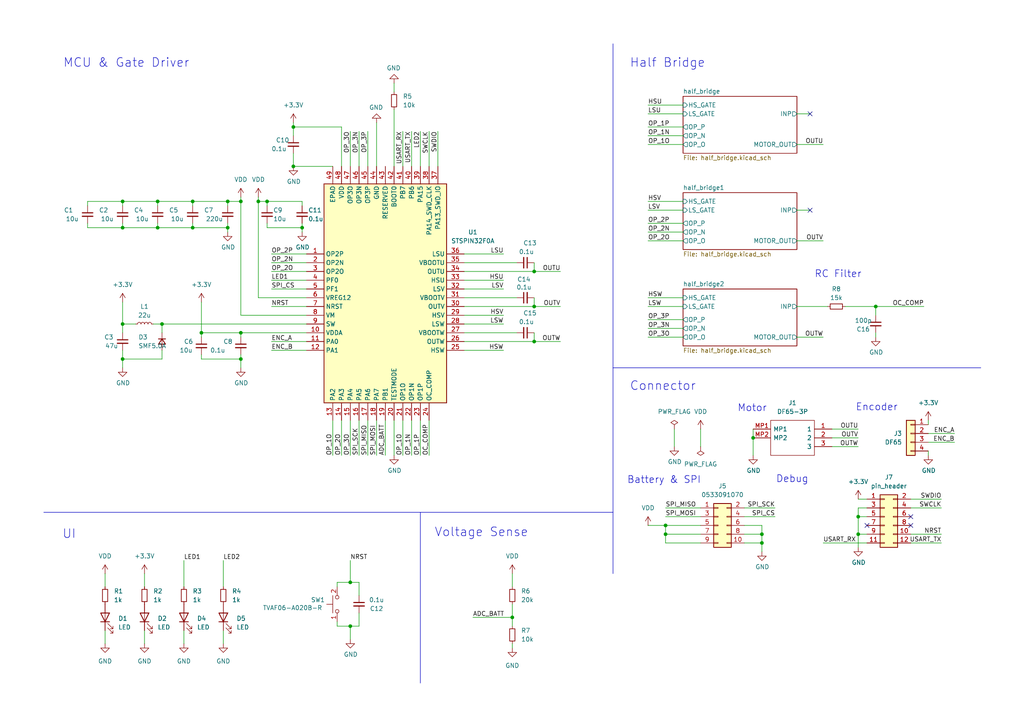
<source format=kicad_sch>
(kicad_sch (version 20231120) (generator "eeschema") (generator_version "8.0")
  (paper "A4")
  (lib_symbols
    (symbol "Connector_Generic:Conn_01x04" (pin_names (offset 1.016) hide)
      (property "Reference" "J" (at 0 5.08 0))
      (property "Value" "Conn_01x04" (at 0 -7.62 0))
      (symbol "Conn_01x04_1_1"
        (rectangle (start -1.27 -4.953) (end 0 -5.207) (stroke (width 0.1524)))
        (rectangle (start -1.27 -2.413) (end 0 -2.667) (stroke (width 0.1524)))
        (rectangle (start -1.27 0.127) (end 0 -0.127) (stroke (width 0.1524)))
        (rectangle (start -1.27 2.667) (end 0 2.413) (stroke (width 0.1524)))
        (rectangle (start -1.27 3.81) (end 1.27 -6.35) (stroke (width 0.254)) (fill (type background)))
        (pin passive line (at -5.08 2.54 0) (length 3.81) (name "Pin_1") (number "1"))
        (pin passive line (at -5.08 0 0) (length 3.81) (name "Pin_2") (number "2"))
        (pin passive line (at -5.08 -2.54 0) (length 3.81) (name "Pin_3") (number "3"))
        (pin passive line (at -5.08 -5.08 0) (length 3.81) (name "Pin_4") (number "4"))
      )
    )
    (symbol "Connector_Generic:Conn_02x05_Odd_Even" (pin_names (offset 1.016) hide)
      (property "Reference" "J" (at 1.27 7.62 0))
      (property "Value" "Conn_02x05_Odd_Even" (at 1.27 -7.62 0))
      (symbol "Conn_02x05_Odd_Even_1_1"
        (rectangle (start -1.27 -4.953) (end 0 -5.207) (stroke (width 0.1524)))
        (rectangle (start -1.27 -2.413) (end 0 -2.667) (stroke (width 0.1524)))
        (rectangle (start -1.27 0.127) (end 0 -0.127) (stroke (width 0.1524)))
        (rectangle (start -1.27 2.667) (end 0 2.413) (stroke (width 0.1524)))
        (rectangle (start -1.27 5.207) (end 0 4.953) (stroke (width 0.1524)))
        (rectangle (start -1.27 6.35) (end 3.81 -6.35) (stroke (width 0.254)) (fill (type background)))
        (rectangle (start 3.81 -4.953) (end 2.54 -5.207) (stroke (width 0.1524)))
        (rectangle (start 3.81 -2.413) (end 2.54 -2.667) (stroke (width 0.1524)))
        (rectangle (start 3.81 0.127) (end 2.54 -0.127) (stroke (width 0.1524)))
        (rectangle (start 3.81 2.667) (end 2.54 2.413) (stroke (width 0.1524)))
        (rectangle (start 3.81 5.207) (end 2.54 4.953) (stroke (width 0.1524)))
        (pin passive line (at -5.08 5.08 0) (length 3.81) (name "Pin_1") (number "1"))
        (pin passive line (at 7.62 -5.08 180) (length 3.81) (name "Pin_10") (number "10"))
        (pin passive line (at 7.62 5.08 180) (length 3.81) (name "Pin_2") (number "2"))
        (pin passive line (at -5.08 2.54 0) (length 3.81) (name "Pin_3") (number "3"))
        (pin passive line (at 7.62 2.54 180) (length 3.81) (name "Pin_4") (number "4"))
        (pin passive line (at -5.08 0 0) (length 3.81) (name "Pin_5") (number "5"))
        (pin passive line (at 7.62 0 180) (length 3.81) (name "Pin_6") (number "6"))
        (pin passive line (at -5.08 -2.54 0) (length 3.81) (name "Pin_7") (number "7"))
        (pin passive line (at 7.62 -2.54 180) (length 3.81) (name "Pin_8") (number "8"))
        (pin passive line (at -5.08 -5.08 0) (length 3.81) (name "Pin_9") (number "9"))
      )
    )
    (symbol "Connector_Generic:Conn_02x06_Odd_Even" (pin_names (offset 1.016) hide)
      (property "Reference" "J" (at 1.27 7.62 0))
      (property "Value" "Conn_02x06_Odd_Even" (at 1.27 -10.16 0))
      (symbol "Conn_02x06_Odd_Even_1_1"
        (rectangle (start -1.27 -7.493) (end 0 -7.747) (stroke (width 0.1524)))
        (rectangle (start -1.27 -4.953) (end 0 -5.207) (stroke (width 0.1524)))
        (rectangle (start -1.27 -2.413) (end 0 -2.667) (stroke (width 0.1524)))
        (rectangle (start -1.27 0.127) (end 0 -0.127) (stroke (width 0.1524)))
        (rectangle (start -1.27 2.667) (end 0 2.413) (stroke (width 0.1524)))
        (rectangle (start -1.27 5.207) (end 0 4.953) (stroke (width 0.1524)))
        (rectangle (start -1.27 6.35) (end 3.81 -8.89) (stroke (width 0.254)) (fill (type background)))
        (rectangle (start 3.81 -7.493) (end 2.54 -7.747) (stroke (width 0.1524)))
        (rectangle (start 3.81 -4.953) (end 2.54 -5.207) (stroke (width 0.1524)))
        (rectangle (start 3.81 -2.413) (end 2.54 -2.667) (stroke (width 0.1524)))
        (rectangle (start 3.81 0.127) (end 2.54 -0.127) (stroke (width 0.1524)))
        (rectangle (start 3.81 2.667) (end 2.54 2.413) (stroke (width 0.1524)))
        (rectangle (start 3.81 5.207) (end 2.54 4.953) (stroke (width 0.1524)))
        (pin passive line (at -5.08 5.08 0) (length 3.81) (name "Pin_1") (number "1"))
        (pin passive line (at 7.62 -5.08 180) (length 3.81) (name "Pin_10") (number "10"))
        (pin passive line (at -5.08 -7.62 0) (length 3.81) (name "Pin_11") (number "11"))
        (pin passive line (at 7.62 -7.62 180) (length 3.81) (name "Pin_12") (number "12"))
        (pin passive line (at 7.62 5.08 180) (length 3.81) (name "Pin_2") (number "2"))
        (pin passive line (at -5.08 2.54 0) (length 3.81) (name "Pin_3") (number "3"))
        (pin passive line (at 7.62 2.54 180) (length 3.81) (name "Pin_4") (number "4"))
        (pin passive line (at -5.08 0 0) (length 3.81) (name "Pin_5") (number "5"))
        (pin passive line (at 7.62 0 180) (length 3.81) (name "Pin_6") (number "6"))
        (pin passive line (at -5.08 -2.54 0) (length 3.81) (name "Pin_7") (number "7"))
        (pin passive line (at 7.62 -2.54 180) (length 3.81) (name "Pin_8") (number "8"))
        (pin passive line (at -5.08 -5.08 0) (length 3.81) (name "Pin_9") (number "9"))
      )
    )
    (symbol "Device:C_Small" (pin_numbers hide) (pin_names (offset 0.254) hide)
      (property "Reference" "C" (at 0.254 1.778 0))
      (property "Value" "C_Small" (at 0.254 -2.032 0))
      (symbol "C_Small_0_1"
        (polyline (pts (xy -1.524 -0.508) (xy 1.524 -0.508)) (stroke (width 0.3302)))
        (polyline (pts (xy -1.524 0.508) (xy 1.524 0.508)) (stroke (width 0.3048)))
      )
      (symbol "C_Small_1_1"
        (pin passive line (at 0 2.54 270) (length 2.032) (name "~") (number "1"))
        (pin passive line (at 0 -2.54 90) (length 2.032) (name "~") (number "2"))
      )
    )
    (symbol "Device:D_Small" (pin_numbers hide) (pin_names (offset 0.254) hide)
      (property "Reference" "D" (at -1.27 2.032 0))
      (property "Value" "D_Small" (at -3.81 -2.032 0))
      (symbol "D_Small_0_1"
        (polyline (pts (xy -0.762 -1.016) (xy -0.762 1.016)) (stroke (width 0.254)))
        (polyline (pts (xy -0.762 0) (xy 0.762 0)))
        (polyline (pts (xy 0.762 -1.016) (xy -0.762 0) (xy 0.762 1.016) (xy 0.762 -1.016)) (stroke (width 0.254)))
      )
      (symbol "D_Small_1_1"
        (pin passive line (at -2.54 0 0) (length 1.778) (name "K") (number "1"))
        (pin passive line (at 2.54 0 180) (length 1.778) (name "A") (number "2"))
      )
    )
    (symbol "Device:LED" (pin_numbers hide) (pin_names (offset 1.016) hide)
      (property "Reference" "D" (at 0 2.54 0))
      (property "Value" "LED" (at 0 -2.54 0))
      (symbol "LED_0_1"
        (polyline (pts (xy -1.27 -1.27) (xy -1.27 1.27)) (stroke (width 0.254)))
        (polyline (pts (xy -1.27 0) (xy 1.27 0)))
        (polyline (pts (xy 1.27 -1.27) (xy 1.27 1.27) (xy -1.27 0) (xy 1.27 -1.27)) (stroke (width 0.254)))
        (polyline (pts (xy -3.048 -0.762) (xy -4.572 -2.286) (xy -3.81 -2.286) (xy -4.572 -2.286) (xy -4.572 -1.524)))
        (polyline (pts (xy -1.778 -0.762) (xy -3.302 -2.286) (xy -2.54 -2.286) (xy -3.302 -2.286) (xy -3.302 -1.524)))
      )
      (symbol "LED_1_1"
        (pin passive line (at -3.81 0 0) (length 2.54) (name "K") (number "1"))
        (pin passive line (at 3.81 0 180) (length 2.54) (name "A") (number "2"))
      )
    )
    (symbol "Device:L_Small" (pin_numbers hide) (pin_names (offset 0.254) hide)
      (property "Reference" "L" (at 0.762 1.016 0))
      (property "Value" "L_Small" (at 0.762 -1.016 0))
      (symbol "L_Small_0_1"
        (arc (start 0 -2.032) (mid 0.5058 -1.524) (end 0 -1.016))
        (arc (start 0 -1.016) (mid 0.5058 -0.508) (end 0 0))
        (arc (start 0 0) (mid 0.5058 0.508) (end 0 1.016))
        (arc (start 0 1.016) (mid 0.5058 1.524) (end 0 2.032))
      )
      (symbol "L_Small_1_1"
        (pin passive line (at 0 2.54 270) (length 0.508) (name "~") (number "1"))
        (pin passive line (at 0 -2.54 90) (length 0.508) (name "~") (number "2"))
      )
    )
    (symbol "Device:R_Small" (pin_numbers hide) (pin_names (offset 0.254) hide)
      (property "Reference" "R" (at 0.762 0.508 0))
      (property "Value" "R_Small" (at 0.762 -1.016 0))
      (symbol "R_Small_0_1"
        (rectangle (start -0.762 1.778) (end 0.762 -1.778) (stroke (width 0.2032)))
      )
      (symbol "R_Small_1_1"
        (pin passive line (at 0 2.54 270) (length 0.762) (name "~") (number "1"))
        (pin passive line (at 0 -2.54 90) (length 0.762) (name "~") (number "2"))
      )
    )
    (symbol "My_Device:SKRPACE" (pin_names (offset 1.016))
      (property "Reference" "SW" (at 0 6.35 0))
      (property "Value" "My_Device_SKRPACE" (at 0 8.89 0))
      (symbol "SKRPACE_1_1"
        (circle (center -2.032 0) (radius 0.508))
        (polyline (pts (xy 0 1.27) (xy 0 3.048)))
        (polyline (pts (xy 2.54 1.27) (xy -2.54 1.27)))
        (circle (center 2.032 0) (radius 0.508))
        (pin passive line (at -5.08 0 0) (length 2.54) (name "~") (number "1"))
        (pin passive line (at 5.08 0 180) (length 2.54) (name "~") (number "2"))
      )
    )
    (symbol "mylib:DF65-3P-1.7V_78_" (pin_names (offset 0.762))
      (property "Reference" "J" (at 3.048 7.366 0))
      (property "Value" "DF65-3P-1.7V_78_" (at 3.048 4.826 0))
      (symbol "DF65-3P-1.7V_78__0_0"
        (pin passive line (at 22.86 0 180) (length 5.08) (name "1") (number "1"))
        (pin passive line (at 22.86 -2.54 180) (length 5.08) (name "2") (number "2"))
        (pin passive line (at 22.86 -5.08 180) (length 5.08) (name "3") (number "3"))
        (pin passive line (at 0 0 0) (length 5.08) (name "MP1") (number "MP1"))
        (pin passive line (at 0 -2.54 0) (length 5.08) (name "MP2") (number "MP2"))
      )
      (symbol "DF65-3P-1.7V_78__0_1"
        (polyline (pts (xy 5.08 2.54) (xy 17.78 2.54) (xy 17.78 -7.62) (xy 5.08 -7.62) (xy 5.08 2.54)) (stroke (width 0.1524)))
      )
    )
    (symbol "mylib:STSPIN32F0A"
      (property "Reference" "U" (at 41.91 25.4 0))
      (property "Value" "STSPIN32F0A" (at 41.91 22.86 0))
      (symbol "STSPIN32F0A_1_1"
        (rectangle (start 5.08 20.32) (end 40.64 -43.18) (stroke (width 0.254)) (fill (type background)))
        (pin input line (at 0 0 0) (length 5.08) (name "OP2P") (number "1"))
        (pin power_in line (at 0 -22.86 0) (length 5.08) (name "VDDA") (number "10"))
        (pin bidirectional line (at 0 -25.4 0) (length 5.08) (name "PA0") (number "11"))
        (pin bidirectional line (at 0 -27.94 0) (length 5.08) (name "PA1") (number "12"))
        (pin bidirectional line (at 7.62 -48.26 90) (length 5.08) (name "PA2") (number "13"))
        (pin bidirectional line (at 10.16 -48.26 90) (length 5.08) (name "PA3") (number "14"))
        (pin bidirectional line (at 12.7 -48.26 90) (length 5.08) (name "PA4") (number "15"))
        (pin bidirectional line (at 15.24 -48.26 90) (length 5.08) (name "PA5") (number "16"))
        (pin bidirectional line (at 17.78 -48.26 90) (length 5.08) (name "PA6") (number "17"))
        (pin bidirectional line (at 20.32 -48.26 90) (length 5.08) (name "PA7") (number "18"))
        (pin bidirectional line (at 22.86 -48.26 90) (length 5.08) (name "PB1") (number "19"))
        (pin input line (at 0 -2.54 0) (length 5.08) (name "OP2N") (number "2"))
        (pin input line (at 25.4 -48.26 90) (length 5.08) (name "TESTMODE") (number "20"))
        (pin output line (at 27.94 -48.26 90) (length 5.08) (name "OP1O") (number "21"))
        (pin input line (at 30.48 -48.26 90) (length 5.08) (name "OP1N") (number "22"))
        (pin input line (at 33.02 -48.26 90) (length 5.08) (name "OP1P") (number "23"))
        (pin input line (at 35.56 -48.26 90) (length 5.08) (name "OC_COMP") (number "24"))
        (pin output line (at 45.72 -27.94 180) (length 5.08) (name "HSW") (number "25"))
        (pin passive line (at 45.72 -25.4 180) (length 5.08) (name "OUTW") (number "26"))
        (pin passive line (at 45.72 -22.86 180) (length 5.08) (name "VBOOTW") (number "27"))
        (pin output line (at 45.72 -20.32 180) (length 5.08) (name "LSW") (number "28"))
        (pin output line (at 45.72 -17.78 180) (length 5.08) (name "HSV") (number "29"))
        (pin output line (at 0 -5.08 0) (length 5.08) (name "OP2O") (number "3"))
        (pin passive line (at 45.72 -15.24 180) (length 5.08) (name "OUTV") (number "30"))
        (pin passive line (at 45.72 -12.7 180) (length 5.08) (name "VBOOTV") (number "31"))
        (pin output line (at 45.72 -10.16 180) (length 5.08) (name "LSV") (number "32"))
        (pin output line (at 45.72 -7.62 180) (length 5.08) (name "HSU") (number "33"))
        (pin passive line (at 45.72 -5.08 180) (length 5.08) (name "OUTU") (number "34"))
        (pin passive line (at 45.72 -2.54 180) (length 5.08) (name "VBOOTU") (number "35"))
        (pin output line (at 45.72 0 180) (length 5.08) (name "LSU") (number "36"))
        (pin bidirectional line (at 38.1 25.4 270) (length 5.08) (name "PA13_SWD_IO") (number "37"))
        (pin bidirectional line (at 35.56 25.4 270) (length 5.08) (name "PA14_SWD_CLK") (number "38"))
        (pin bidirectional line (at 33.02 25.4 270) (length 5.08) (name "PA15") (number "39"))
        (pin passive line (at 0 -7.62 0) (length 5.08) (name "PF0") (number "4"))
        (pin bidirectional line (at 30.48 25.4 270) (length 5.08) (name "PB6") (number "40"))
        (pin bidirectional line (at 27.94 25.4 270) (length 5.08) (name "PB7") (number "41"))
        (pin passive line (at 25.4 25.4 270) (length 5.08) (name "BOOT0") (number "42"))
        (pin passive line (at 22.86 25.4 270) (length 5.08) (name "RESERVED") (number "43"))
        (pin power_in line (at 20.32 25.4 270) (length 5.08) (name "GND") (number "44"))
        (pin input line (at 17.78 25.4 270) (length 5.08) (name "OP3P") (number "45"))
        (pin input line (at 15.24 25.4 270) (length 5.08) (name "OP3N") (number "46"))
        (pin output line (at 12.7 25.4 270) (length 5.08) (name "OP3O") (number "47"))
        (pin passive line (at 10.16 25.4 270) (length 5.08) (name "VDD") (number "48"))
        (pin power_in line (at 7.62 25.4 270) (length 5.08) (name "EPAD") (number "49"))
        (pin passive line (at 0 -10.16 0) (length 5.08) (name "PF1") (number "5"))
        (pin output line (at 0 -12.7 0) (length 5.08) (name "VREG12") (number "6"))
        (pin passive line (at 0 -15.24 0) (length 5.08) (name "NRST") (number "7"))
        (pin power_in line (at 0 -17.78 0) (length 5.08) (name "VM") (number "8"))
        (pin passive line (at 0 -20.32 0) (length 5.08) (name "SW") (number "9"))
      )
    )
    (symbol "power:+3.3V" (power) (pin_names (offset 0))
      (property "Value" "+3.3V" (at 0 3.556 0))
      (symbol "+3.3V_0_1"
        (polyline (pts (xy -0.762 1.27) (xy 0 2.54)))
        (polyline (pts (xy 0 0) (xy 0 2.54)))
        (polyline (pts (xy 0 2.54) (xy 0.762 1.27)))
      )
      (symbol "+3.3V_1_1"
        (pin power_in line (at 0 0 90) (length 0) hide (name "+3.3V") (number "1"))
      )
    )
    (symbol "power:GND" (power) (pin_names (offset 0))
      (property "Value" "GND" (at 0 -3.81 0))
      (symbol "GND_0_1"
        (polyline (pts (xy 0 0) (xy 0 -1.27) (xy 1.27 -1.27) (xy 0 -2.54) (xy -1.27 -1.27) (xy 0 -1.27)))
      )
      (symbol "GND_1_1"
        (pin power_in line (at 0 0 270) (length 0) hide (name "GND") (number "1"))
      )
    )
    (symbol "power:PWR_FLAG" (power) (pin_numbers hide) (pin_names (offset 0) hide)
      (property "Value" "PWR_FLAG" (at 0 3.81 0))
      (symbol "PWR_FLAG_0_0"
        (pin power_out line (at 0 0 90) (length 0) (name "~") (number "1"))
      )
      (symbol "PWR_FLAG_0_1"
        (polyline (pts (xy 0 0) (xy 0 1.27) (xy -1.016 1.905) (xy 0 2.54) (xy 1.016 1.905) (xy 0 1.27)))
      )
    )
    (symbol "power:VDD" (power) (pin_numbers hide) (pin_names (offset 0) hide)
      (property "Value" "VDD" (at 0 3.556 0))
      (symbol "VDD_0_1"
        (polyline (pts (xy -0.762 1.27) (xy 0 2.54)))
        (polyline (pts (xy 0 0) (xy 0 2.54)))
        (polyline (pts (xy 0 2.54) (xy 0.762 1.27)))
      )
      (symbol "VDD_1_1"
        (pin power_in line (at 0 0 90) (length 0) (name "~") (number "1"))
      )
    )
  )
  (junction (at 69.85 96.52))
  (junction (at 87.63 66.04))
  (junction (at 248.92 154.94))
  (junction (at 77.47 58.42))
  (junction (at 85.09 36.83))
  (junction (at 154.94 88.9))
  (junction (at 148.59 179.07))
  (junction (at 35.56 66.04))
  (junction (at 58.42 96.52))
  (junction (at 220.98 157.48))
  (junction (at 85.09 48.26))
  (junction (at 101.6 181.61))
  (junction (at 193.04 154.94))
  (junction (at 74.93 58.42))
  (junction (at 35.56 58.42))
  (junction (at 46.99 93.98))
  (junction (at 154.94 78.74))
  (junction (at 101.6 168.91))
  (junction (at 35.56 93.98))
  (junction (at 254 88.9))
  (junction (at 45.72 58.42))
  (junction (at 66.04 58.42))
  (junction (at 69.85 104.14))
  (junction (at 55.88 66.04))
  (junction (at 35.56 104.14))
  (junction (at 154.94 99.06))
  (junction (at 69.85 58.42))
  (junction (at 220.98 154.94))
  (junction (at 248.92 149.86))
  (junction (at 55.88 58.42))
  (junction (at 66.04 66.04))
  (junction (at 193.04 152.4))
  (junction (at 218.44 127))
  (junction (at 45.72 66.04))
  (no_connect (at 251.46 152.4))
  (no_connect (at 264.16 152.4))
  (no_connect (at 234.95 33.02))
  (no_connect (at 234.95 60.96))
  (no_connect (at 264.16 149.86))
  (wire (pts (xy 273.05 144.78) (xy 264.16 144.78)))
  (wire (pts (xy 248.92 147.32) (xy 248.92 149.86)))
  (wire (pts (xy 134.62 78.74) (xy 154.94 78.74)))
  (wire (pts (xy 69.85 97.79) (xy 69.85 96.52)))
  (wire (pts (xy 119.38 38.1) (xy 119.38 48.26)))
  (wire (pts (xy 35.56 104.14) (xy 35.56 106.68)))
  (wire (pts (xy 69.85 91.44) (xy 88.9 91.44)))
  (wire (pts (xy 187.96 58.42) (xy 198.12 58.42)))
  (wire (pts (xy 187.96 64.77) (xy 198.12 64.77)))
  (wire (pts (xy 187.96 152.4) (xy 193.04 152.4)))
  (polyline (pts (xy 121.92 148.59) (xy 121.92 198.12)))
  (wire (pts (xy 193.04 157.48) (xy 193.04 154.94)))
  (wire (pts (xy 101.6 38.1) (xy 101.6 48.26)))
  (wire (pts (xy 248.92 144.78) (xy 251.46 144.78)))
  (wire (pts (xy 248.92 129.54) (xy 241.3 129.54)))
  (wire (pts (xy 187.96 95.25) (xy 198.12 95.25)))
  (wire (pts (xy 85.09 44.45) (xy 85.09 48.26)))
  (wire (pts (xy 66.04 58.42) (xy 66.04 59.69)))
  (wire (pts (xy 238.76 69.85) (xy 231.14 69.85)))
  (wire (pts (xy 220.98 157.48) (xy 220.98 160.02)))
  (wire (pts (xy 25.4 66.04) (xy 25.4 64.77)))
  (wire (pts (xy 104.14 121.92) (xy 104.14 132.08)))
  (wire (pts (xy 55.88 58.42) (xy 66.04 58.42)))
  (wire (pts (xy 85.09 35.56) (xy 85.09 36.83)))
  (wire (pts (xy 58.42 102.87) (xy 58.42 104.14)))
  (wire (pts (xy 134.62 73.66) (xy 146.05 73.66)))
  (wire (pts (xy 231.14 88.9) (xy 240.03 88.9)))
  (wire (pts (xy 35.56 66.04) (xy 45.72 66.04)))
  (wire (pts (xy 273.05 154.94) (xy 264.16 154.94)))
  (wire (pts (xy 99.06 48.26) (xy 99.06 36.83)))
  (wire (pts (xy 104.14 177.8) (xy 104.14 181.61)))
  (wire (pts (xy 104.14 168.91) (xy 101.6 168.91)))
  (polyline (pts (xy 12.7 148.59) (xy 177.8 148.59)))
  (wire (pts (xy 74.93 86.36) (xy 74.93 58.42)))
  (wire (pts (xy 46.99 101.6) (xy 46.99 104.14)))
  (wire (pts (xy 245.11 88.9) (xy 254 88.9)))
  (wire (pts (xy 77.47 66.04) (xy 87.63 66.04)))
  (wire (pts (xy 66.04 66.04) (xy 66.04 64.77)))
  (wire (pts (xy 58.42 104.14) (xy 69.85 104.14)))
  (wire (pts (xy 231.14 33.02) (xy 234.95 33.02)))
  (wire (pts (xy 104.14 172.72) (xy 104.14 168.91)))
  (wire (pts (xy 187.96 92.71) (xy 198.12 92.71)))
  (wire (pts (xy 248.92 127) (xy 241.3 127)))
  (polyline (pts (xy 177.8 106.68) (xy 284.48 106.68)))
  (wire (pts (xy 215.9 154.94) (xy 220.98 154.94)))
  (wire (pts (xy 203.2 157.48) (xy 193.04 157.48)))
  (wire (pts (xy 69.85 58.42) (xy 69.85 91.44)))
  (wire (pts (xy 25.4 66.04) (xy 35.56 66.04)))
  (wire (pts (xy 35.56 66.04) (xy 35.56 64.77)))
  (wire (pts (xy 187.96 36.83) (xy 198.12 36.83)))
  (wire (pts (xy 58.42 87.63) (xy 58.42 96.52)))
  (wire (pts (xy 104.14 38.1) (xy 104.14 48.26)))
  (wire (pts (xy 193.04 147.32) (xy 203.2 147.32)))
  (wire (pts (xy 193.04 154.94) (xy 193.04 152.4)))
  (wire (pts (xy 203.2 124.46) (xy 203.2 129.54)))
  (wire (pts (xy 119.38 132.08) (xy 119.38 121.92)))
  (wire (pts (xy 269.24 121.92) (xy 269.24 123.19)))
  (wire (pts (xy 69.85 104.14) (xy 69.85 106.68)))
  (wire (pts (xy 218.44 132.08) (xy 218.44 127)))
  (wire (pts (xy 88.9 99.06) (xy 78.74 99.06)))
  (wire (pts (xy 248.92 124.46) (xy 241.3 124.46)))
  (wire (pts (xy 77.47 59.69) (xy 77.47 58.42)))
  (wire (pts (xy 87.63 58.42) (xy 77.47 58.42)))
  (wire (pts (xy 127 48.26) (xy 127 38.1)))
  (wire (pts (xy 53.34 182.88) (xy 53.34 186.69)))
  (wire (pts (xy 101.6 162.56) (xy 101.6 168.91)))
  (wire (pts (xy 149.86 86.36) (xy 134.62 86.36)))
  (wire (pts (xy 64.77 182.88) (xy 64.77 186.69)))
  (wire (pts (xy 251.46 149.86) (xy 248.92 149.86)))
  (wire (pts (xy 55.88 58.42) (xy 55.88 59.69)))
  (wire (pts (xy 53.34 162.56) (xy 53.34 170.18)))
  (wire (pts (xy 154.94 99.06) (xy 162.56 99.06)))
  (wire (pts (xy 187.96 39.37) (xy 198.12 39.37)))
  (wire (pts (xy 78.74 78.74) (xy 88.9 78.74)))
  (wire (pts (xy 97.79 168.91) (xy 97.79 170.18)))
  (wire (pts (xy 149.86 96.52) (xy 134.62 96.52)))
  (wire (pts (xy 35.56 104.14) (xy 46.99 104.14)))
  (wire (pts (xy 101.6 132.08) (xy 101.6 121.92)))
  (wire (pts (xy 154.94 96.52) (xy 154.94 99.06)))
  (wire (pts (xy 46.99 93.98) (xy 88.9 93.98)))
  (wire (pts (xy 238.76 41.91) (xy 231.14 41.91)))
  (wire (pts (xy 99.06 132.08) (xy 99.06 121.92)))
  (wire (pts (xy 114.3 31.75) (xy 114.3 48.26)))
  (wire (pts (xy 116.84 132.08) (xy 116.84 121.92)))
  (wire (pts (xy 134.62 99.06) (xy 154.94 99.06)))
  (wire (pts (xy 137.16 179.07) (xy 148.59 179.07)))
  (wire (pts (xy 44.45 93.98) (xy 46.99 93.98)))
  (wire (pts (xy 187.96 30.48) (xy 198.12 30.48)))
  (wire (pts (xy 124.46 38.1) (xy 124.46 48.26)))
  (wire (pts (xy 99.06 36.83) (xy 85.09 36.83)))
  (wire (pts (xy 254 96.52) (xy 254 97.79)))
  (wire (pts (xy 85.09 48.26) (xy 96.52 48.26)))
  (wire (pts (xy 154.94 86.36) (xy 154.94 88.9)))
  (wire (pts (xy 148.59 186.69) (xy 148.59 187.96)))
  (wire (pts (xy 97.79 181.61) (xy 101.6 181.61)))
  (wire (pts (xy 154.94 76.2) (xy 154.94 78.74)))
  (wire (pts (xy 101.6 181.61) (xy 104.14 181.61)))
  (wire (pts (xy 64.77 162.56) (xy 64.77 170.18)))
  (wire (pts (xy 30.48 166.37) (xy 30.48 170.18)))
  (wire (pts (xy 193.04 154.94) (xy 203.2 154.94)))
  (wire (pts (xy 88.9 101.6) (xy 78.74 101.6)))
  (wire (pts (xy 35.56 101.6) (xy 35.56 104.14)))
  (wire (pts (xy 134.62 93.98) (xy 146.05 93.98)))
  (wire (pts (xy 25.4 58.42) (xy 25.4 59.69)))
  (wire (pts (xy 220.98 154.94) (xy 220.98 157.48)))
  (wire (pts (xy 154.94 78.74) (xy 162.56 78.74)))
  (wire (pts (xy 58.42 97.79) (xy 58.42 96.52)))
  (wire (pts (xy 238.76 97.79) (xy 231.14 97.79)))
  (wire (pts (xy 45.72 58.42) (xy 55.88 58.42)))
  (wire (pts (xy 238.76 157.48) (xy 251.46 157.48)))
  (wire (pts (xy 30.48 182.88) (xy 30.48 186.69)))
  (wire (pts (xy 187.96 97.79) (xy 198.12 97.79)))
  (wire (pts (xy 78.74 88.9) (xy 88.9 88.9)))
  (wire (pts (xy 87.63 66.04) (xy 87.63 67.31)))
  (wire (pts (xy 69.85 96.52) (xy 88.9 96.52)))
  (wire (pts (xy 114.3 121.92) (xy 114.3 132.08)))
  (wire (pts (xy 101.6 168.91) (xy 97.79 168.91)))
  (wire (pts (xy 121.92 132.08) (xy 121.92 121.92)))
  (wire (pts (xy 106.68 121.92) (xy 106.68 132.08)))
  (wire (pts (xy 116.84 38.1) (xy 116.84 48.26)))
  (wire (pts (xy 25.4 58.42) (xy 35.56 58.42)))
  (wire (pts (xy 77.47 64.77) (xy 77.47 66.04)))
  (wire (pts (xy 273.05 157.48) (xy 264.16 157.48)))
  (wire (pts (xy 134.62 83.82) (xy 146.05 83.82)))
  (wire (pts (xy 215.9 152.4) (xy 220.98 152.4)))
  (wire (pts (xy 101.6 181.61) (xy 101.6 185.42)))
  (wire (pts (xy 187.96 33.02) (xy 198.12 33.02)))
  (wire (pts (xy 124.46 121.92) (xy 124.46 132.08)))
  (wire (pts (xy 69.85 102.87) (xy 69.85 104.14)))
  (wire (pts (xy 269.24 128.27) (xy 276.86 128.27)))
  (wire (pts (xy 220.98 152.4) (xy 220.98 154.94)))
  (wire (pts (xy 276.86 125.73) (xy 269.24 125.73)))
  (wire (pts (xy 69.85 57.15) (xy 69.85 58.42)))
  (wire (pts (xy 224.79 149.86) (xy 215.9 149.86)))
  (wire (pts (xy 134.62 91.44) (xy 146.05 91.44)))
  (wire (pts (xy 187.96 67.31) (xy 198.12 67.31)))
  (wire (pts (xy 41.91 182.88) (xy 41.91 186.69)))
  (wire (pts (xy 45.72 66.04) (xy 45.72 64.77)))
  (wire (pts (xy 41.91 166.37) (xy 41.91 170.18)))
  (wire (pts (xy 193.04 152.4) (xy 203.2 152.4)))
  (wire (pts (xy 39.37 93.98) (xy 35.56 93.98)))
  (wire (pts (xy 254 88.9) (xy 267.97 88.9)))
  (wire (pts (xy 74.93 58.42) (xy 77.47 58.42)))
  (wire (pts (xy 215.9 157.48) (xy 220.98 157.48)))
  (wire (pts (xy 78.74 83.82) (xy 88.9 83.82)))
  (wire (pts (xy 97.79 180.34) (xy 97.79 181.61)))
  (wire (pts (xy 87.63 64.77) (xy 87.63 66.04)))
  (wire (pts (xy 134.62 88.9) (xy 154.94 88.9)))
  (wire (pts (xy 269.24 132.08) (xy 269.24 130.81)))
  (wire (pts (xy 148.59 179.07) (xy 148.59 181.61)))
  (wire (pts (xy 35.56 93.98) (xy 35.56 87.63)))
  (wire (pts (xy 248.92 149.86) (xy 248.92 154.94)))
  (wire (pts (xy 148.59 166.37) (xy 148.59 170.18)))
  (wire (pts (xy 35.56 58.42) (xy 35.56 59.69)))
  (wire (pts (xy 134.62 101.6) (xy 146.05 101.6)))
  (wire (pts (xy 248.92 154.94) (xy 248.92 158.75)))
  (wire (pts (xy 187.96 88.9) (xy 198.12 88.9)))
  (wire (pts (xy 114.3 24.13) (xy 114.3 26.67)))
  (wire (pts (xy 187.96 86.36) (xy 198.12 86.36)))
  (wire (pts (xy 45.72 66.04) (xy 55.88 66.04)))
  (wire (pts (xy 74.93 58.42) (xy 74.93 57.15)))
  (wire (pts (xy 111.76 132.08) (xy 111.76 121.92)))
  (wire (pts (xy 251.46 147.32) (xy 248.92 147.32)))
  (wire (pts (xy 218.44 127) (xy 218.44 124.46)))
  (wire (pts (xy 106.68 38.1) (xy 106.68 48.26)))
  (wire (pts (xy 273.05 147.32) (xy 264.16 147.32)))
  (wire (pts (xy 121.92 38.1) (xy 121.92 48.26)))
  (wire (pts (xy 187.96 41.91) (xy 198.12 41.91)))
  (wire (pts (xy 66.04 67.31) (xy 66.04 66.04)))
  (wire (pts (xy 46.99 93.98) (xy 46.99 96.52)))
  (wire (pts (xy 248.92 154.94) (xy 251.46 154.94)))
  (wire (pts (xy 78.74 81.28) (xy 88.9 81.28)))
  (wire (pts (xy 109.22 35.56) (xy 109.22 48.26)))
  (wire (pts (xy 45.72 58.42) (xy 45.72 59.69)))
  (wire (pts (xy 187.96 60.96) (xy 198.12 60.96)))
  (wire (pts (xy 254 88.9) (xy 254 91.44)))
  (wire (pts (xy 109.22 121.92) (xy 109.22 132.08)))
  (wire (pts (xy 69.85 96.52) (xy 58.42 96.52)))
  (wire (pts (xy 88.9 86.36) (xy 74.93 86.36)))
  (wire (pts (xy 231.14 60.96) (xy 234.95 60.96)))
  (wire (pts (xy 224.79 147.32) (xy 215.9 147.32)))
  (wire (pts (xy 85.09 36.83) (xy 85.09 39.37)))
  (wire (pts (xy 193.04 149.86) (xy 203.2 149.86)))
  (wire (pts (xy 78.74 73.66) (xy 88.9 73.66)))
  (wire (pts (xy 148.59 175.26) (xy 148.59 179.07)))
  (wire (pts (xy 35.56 58.42) (xy 45.72 58.42)))
  (wire (pts (xy 195.58 124.46) (xy 195.58 129.54)))
  (wire (pts (xy 96.52 132.08) (xy 96.52 121.92)))
  (wire (pts (xy 87.63 59.69) (xy 87.63 58.42)))
  (wire (pts (xy 66.04 58.42) (xy 69.85 58.42)))
  (wire (pts (xy 55.88 66.04) (xy 55.88 64.77)))
  (wire (pts (xy 78.74 76.2) (xy 88.9 76.2)))
  (polyline (pts (xy 177.8 12.7) (xy 177.8 166.37)))
  (wire (pts (xy 35.56 93.98) (xy 35.56 96.52)))
  (wire (pts (xy 187.96 69.85) (xy 198.12 69.85)))
  (wire (pts (xy 149.86 76.2) (xy 134.62 76.2)))
  (wire (pts (xy 134.62 81.28) (xy 146.05 81.28)))
  (wire (pts (xy 55.88 66.04) (xy 66.04 66.04)))
  (wire (pts (xy 154.94 88.9) (xy 162.56 88.9)))
  (text "RC Filter" (at 236.22 80.772 0) (effects (font (size 2.032 2.032)) (justify left bottom)))
  (text "MCU & Gate Driver" (at 18.288 19.812 0) (effects (font (size 2.54 2.54)) (justify left bottom)))
  (text "Connector" (at 182.626 113.538 0) (effects (font (size 2.54 2.54)) (justify left bottom)))
  (text "UI" (at 18.034 156.464 0) (effects (font (size 2.54 2.54)) (justify left bottom)))
  (text "Voltage Sense" (at 125.984 155.956 0) (effects (font (size 2.54 2.54)) (justify left bottom)))
  (text "Battery & SPI" (at 181.864 140.462 0) (effects (font (size 2.032 2.032)) (justify left bottom)))
  (text "Half Bridge" (at 182.626 19.812 0) (effects (font (size 2.54 2.54)) (justify left bottom)))
  (text "Debug" (at 225.044 140.208 0) (effects (font (size 2.032 2.032)) (justify left bottom)))
  (text "Encoder" (at 248.158 119.38 0) (effects (font (size 2.032 2.032)) (justify left bottom)))
  (text "Motor" (at 213.868 119.634 0) (effects (font (size 2.032 2.032)) (justify left bottom)))
  (label "OP_2N" (at 78.74 76.2 0))
  (label "OP_1O" (at 187.96 41.91 0))
  (label "ENC_A" (at 276.86 125.73 180))
  (label "OP_3N" (at 104.14 38.1 270))
  (label "SPI_MOSI" (at 193.04 149.86 0))
  (label "OP_3P" (at 106.68 38.1 270))
  (label "LED1" (at 53.34 162.56 0))
  (label "OP_1N" (at 119.38 132.08 90))
  (label "ENC_B" (at 276.86 128.27 180))
  (label "NRST" (at 78.74 88.9 0))
  (label "OUTW" (at 238.76 97.79 180))
  (label "USART_RX" (at 238.76 157.48 0))
  (label "SWCLK" (at 124.46 38.1 270))
  (label "LED2" (at 64.77 162.56 0))
  (label "USART_TX" (at 119.38 38.1 270))
  (label "HSW" (at 146.05 101.6 180))
  (label "SPI_CS" (at 78.74 83.82 0))
  (label "NRST" (at 101.6 162.56 0))
  (label "SPI_SCK" (at 104.14 132.08 90))
  (label "HSU" (at 187.96 30.48 0))
  (label "OP_2P" (at 78.74 73.66 0))
  (label "OP_2O" (at 187.96 69.85 0))
  (label "OP_1O" (at 96.52 132.08 90))
  (label "SPI_MISO" (at 106.68 132.08 90))
  (label "ADC_BATT" (at 137.16 179.07 0))
  (label "OP_1O" (at 116.84 132.08 90))
  (label "SWDIO" (at 127 38.1 270))
  (label "OP_2O" (at 78.74 78.74 0))
  (label "OUTU" (at 162.56 78.74 180))
  (label "HSV" (at 146.05 91.44 180))
  (label "LED2" (at 121.92 38.1 270))
  (label "LSW" (at 187.96 88.9 0))
  (label "USART_TX" (at 273.05 157.48 180))
  (label "LSV" (at 187.96 60.96 0))
  (label "HSU" (at 146.05 81.28 180))
  (label "OUTV" (at 248.92 127 180))
  (label "OUTU" (at 248.92 124.46 180))
  (label "OUTV" (at 238.76 69.85 180))
  (label "SPI_SCK" (at 224.79 147.32 180))
  (label "SPI_MOSI" (at 109.22 132.08 90))
  (label "LSU" (at 146.05 73.66 180))
  (label "OUTU" (at 238.76 41.91 180))
  (label "LSV" (at 146.05 83.82 180))
  (label "LED1" (at 78.74 81.28 0))
  (label "OP_2O" (at 99.06 132.08 90))
  (label "OP_3O" (at 187.96 97.79 0))
  (label "OUTV" (at 162.56 88.9 180))
  (label "ENC_B" (at 78.74 101.6 0))
  (label "NRST" (at 273.05 154.94 180))
  (label "SPI_CS" (at 224.79 149.86 180))
  (label "SWDIO" (at 273.05 144.78 180))
  (label "SPI_MISO" (at 193.04 147.32 0))
  (label "OC_COMP" (at 267.97 88.9 180))
  (label "SWCLK" (at 273.05 147.32 180))
  (label "OP_3N" (at 187.96 95.25 0))
  (label "OP_2P" (at 187.96 64.77 0))
  (label "OP_3P" (at 187.96 92.71 0))
  (label "LSW" (at 146.05 93.98 180))
  (label "HSW" (at 187.96 86.36 0))
  (label "ENC_A" (at 78.74 99.06 0))
  (label "OP_1P" (at 187.96 36.83 0))
  (label "OP_3O" (at 101.6 38.1 270))
  (label "USART_RX" (at 116.84 38.1 270))
  (label "OC_COMP" (at 124.46 132.08 90))
  (label "LSU" (at 187.96 33.02 0))
  (label "ADC_BATT" (at 111.76 132.08 90))
  (label "OUTW" (at 162.56 99.06 180))
  (label "OP_1P" (at 121.92 132.08 90))
  (label "OP_3O" (at 101.6 132.08 90))
  (label "OP_2N" (at 187.96 67.31 0))
  (label "HSV" (at 187.96 58.42 0))
  (label "OUTW" (at 248.92 129.54 180))
  (label "OP_1N" (at 187.96 39.37 0))
  (symbol (lib_id "power:GND") (at 35.56 106.68 0) (unit 1)
    (property "Reference" "#PWR04" (effects (hide yes)))
    (property "Value" "GND" (at 35.687 111.0742 0))
  )
  (symbol (lib_id "power:GND") (at 114.3 132.08 0) (unit 1)
    (property "Reference" "#PWR020" (effects (hide yes)))
    (property "Value" "GND" (at 114.427 136.4742 0))
  )
  (symbol (lib_id "Device:C_Small") (at 152.4 96.52 270) (unit 1)
    (property "Reference" "C15" (at 151.765 90.805 90) (effects (justify left)))
    (property "Value" "0.1u" (at 150.495 93.345 90) (effects (justify left)))
    (property "Footprint" "Capacitor_SMD:C_0201_0603Metric" (effects (hide yes)))
  )
  (symbol (lib_id "power:GND") (at 30.48 186.69 0) (unit 1)
    (property "Reference" "#PWR02" (effects (hide yes)))
    (property "Value" "GND" (at 30.48 191.77 0))
  )
  (symbol (lib_id "Device:R_Small") (at 148.59 184.15 0) (unit 1)
    (property "Reference" "R7" (at 151.13 182.8799 0) (effects (justify left)))
    (property "Value" "10k" (at 151.13 185.4199 0) (effects (justify left)))
    (property "Footprint" "Resistor_SMD:R_0201_0603Metric" (effects (hide yes)))
  )
  (symbol (lib_id "Device:D_Small") (at 46.99 99.06 270) (unit 1)
    (property "Reference" "D3" (at 40.132 97.79 90) (effects (justify left)))
    (property "Value" "SMF5.0A" (at 40.132 100.33 90) (effects (justify left)))
    (property "Footprint" "Diode_SMD:D_SOD-123F" (effects (hide yes)))
    (property "Description" "Diode, small symbol" (effects (hide yes)))
    (property "Sim.Device" "D" (effects (hide yes)))
    (property "Sim.Pins" "1=K 2=A" (effects (hide yes)))
  )
  (symbol (lib_id "Device:R_Small") (at 242.57 88.9 90) (unit 1)
    (property "Reference" "R8" (at 242.57 83.82 90))
    (property "Value" "15k" (at 242.57 86.36 90))
    (property "Footprint" "Resistor_SMD:R_0201_0603Metric" (effects (hide yes)))
  )
  (symbol (lib_id "mylib:DF65-3P-1.7V_78_") (at 218.44 124.46 0) (unit 1)
    (property "Reference" "J1" (at 229.87 116.84 0))
    (property "Value" "DF65-3P" (at 229.87 119.38 0))
    (property "Footprint" "mylib:DF653P17V78" (effects (hide yes)))
    (property "Datasheet" "https://www.hirose.com/en/product/document?clcode=CL0666-6004-5-78&productname=DF65-3P-1.7V(78)&series=DF65&documenttype=2DDrawing&lang=en&documentid=0001145052" (effects (hide yes)))
    (property "Description" "Power to the Board" (effects (hide yes)))
    (property "Description_1" "Power to the Board" (effects (hide yes)))
    (property "Height" "1.8" (effects (hide yes)))
    (property "Manufacturer_Name" "Hirose" (effects (hide yes)))
    (property "Manufacturer_Part_Number" "DF65-3P-1.7V(78)" (effects (hide yes)))
    (property "Mouser Part Number" "798-DF65-3P-1.7V(78)" (effects (hide yes)))
    (property "Mouser Price/Stock" "https://www.mouser.co.uk/ProductDetail/Hirose-Connector/DF65-3P-1.7V78?qs=T3oQrply3y80JiZPOGhDFg%3D%3D" (effects (hide yes)))
  )
  (symbol (lib_id "power:VDD") (at 187.96 152.4 0) (unit 1)
    (property "Reference" "#PWR044" (effects (hide yes)))
    (property "Value" "VDD" (at 187.96 147.32 0))
    (property "Description" "Power symbol creates a global label with name \"VDD\"" (effects (hide yes)))
  )
  (symbol (lib_id "Device:R_Small") (at 64.77 172.72 0) (unit 1)
    (property "Reference" "R4" (at 67.31 171.4499 0) (effects (justify left)))
    (property "Value" "1k" (at 67.31 173.9899 0) (effects (justify left)))
    (property "Footprint" "Resistor_SMD:R_0201_0603Metric" (effects (hide yes)))
  )
  (symbol (lib_id "Device:C_Small") (at 45.72 62.23 0) (unit 1)
    (property "Reference" "C4" (at 38.862 60.96 0) (effects (justify left)))
    (property "Value" "10u" (at 39.37 63.5 0) (effects (justify left)))
    (property "Footprint" "Capacitor_SMD:C_0805_2012Metric" (effects (hide yes)))
  )
  (symbol (lib_id "Device:R_Small") (at 148.59 172.72 0) (unit 1)
    (property "Reference" "R6" (at 151.13 171.4499 0) (effects (justify left)))
    (property "Value" "20k" (at 151.13 173.9899 0) (effects (justify left)))
    (property "Footprint" "Resistor_SMD:R_0201_0603Metric" (effects (hide yes)))
  )
  (symbol (lib_id "Connector_Generic:Conn_01x04") (at 264.16 125.73 0) (mirror y) (unit 1)
    (property "Reference" "J3" (at 261.62 125.7299 0) (effects (justify left)))
    (property "Value" "DF65" (at 261.62 128.2699 0) (effects (justify left)))
    (property "Footprint" "mylib:DF65-4P" (effects (hide yes)))
    (property "Description" "Generic connector, single row, 01x04, script generated (kicad-library-utils/schlib/autogen/connector/)" (effects (hide yes)))
  )
  (symbol (lib_id "power:GND") (at 66.04 67.31 0) (unit 1)
    (property "Reference" "#PWR010" (effects (hide yes)))
    (property "Value" "GND" (at 66.167 71.7042 0))
  )
  (symbol (lib_id "Device:C_Small") (at 87.63 62.23 0) (unit 1)
    (property "Reference" "C11" (at 89.408 60.96 0) (effects (justify left)))
    (property "Value" "0.1u" (at 89.408 63.5 0) (effects (justify left)))
    (property "Footprint" "Capacitor_SMD:C_0402_1005Metric" (effects (hide yes)))
  )
  (symbol (lib_id "power:VDD") (at 30.48 166.37 0) (unit 1)
    (property "Reference" "#PWR01" (effects (hide yes)))
    (property "Value" "VDD" (at 30.48 161.29 0))
    (property "Description" "Power symbol creates a global label with name \"VDD\"" (effects (hide yes)))
  )
  (symbol (lib_id "Device:C_Small") (at 25.4 62.23 0) (unit 1)
    (property "Reference" "C1" (at 18.542 60.96 0) (effects (justify left)))
    (property "Value" "10u" (at 19.05 63.5 0) (effects (justify left)))
    (property "Footprint" "Capacitor_SMD:C_0805_2012Metric" (effects (hide yes)))
  )
  (symbol (lib_id "power:GND") (at 148.59 187.96 0) (unit 1)
    (property "Reference" "#PWR022" (effects (hide yes)))
    (property "Value" "GND" (at 148.59 193.04 0))
  )
  (symbol (lib_id "Connector_Generic:Conn_02x05_Odd_Even") (at 208.28 152.4 0) (unit 1)
    (property "Reference" "J5" (at 209.55 140.97 0))
    (property "Value" "0533091070" (at 209.55 143.51 0))
    (property "Footprint" "mylib:0533091070" (effects (hide yes)))
    (property "Description" "Generic connector, double row, 02x05, odd/even pin numbering scheme (row 1 odd numbers, row 2 even numbers), script generated (kicad-library-utils/schlib/autogen/connector/)" (effects (hide yes)))
  )
  (symbol (lib_id "power:PWR_FLAG") (at 195.58 124.46 0) (unit 1)
    (property "Reference" "#FLG01" (effects (hide yes)))
    (property "Value" "PWR_FLAG" (at 195.58 119.38 0))
    (property "Description" "Special symbol for telling ERC where power comes from" (effects (hide yes)))
  )
  (symbol (lib_id "power:+3.3V") (at 85.09 35.56 0) (unit 1)
    (property "Reference" "#PWR014" (effects (hide yes)))
    (property "Value" "+3.3V" (at 85.09 30.48 0))
  )
  (symbol (lib_id "Device:C_Small") (at 58.42 100.33 0) (unit 1)
    (property "Reference" "C6" (at 53.34 99.06 0) (effects (justify left)))
    (property "Value" "10u" (at 52.07 101.6 0) (effects (justify left)))
    (property "Footprint" "Capacitor_SMD:C_0402_1005Metric" (effects (hide yes)))
  )
  (symbol (lib_id "Device:C_Small") (at 69.85 100.33 0) (unit 1)
    (property "Reference" "C8" (at 64.77 99.06 0) (effects (justify left)))
    (property "Value" "0.1u" (at 60.96 101.6 0) (effects (justify left)))
    (property "Footprint" "Capacitor_SMD:C_0201_0603Metric" (effects (hide yes)))
  )
  (symbol (lib_id "Device:C_Small") (at 35.56 62.23 0) (unit 1)
    (property "Reference" "C2" (at 28.702 60.96 0) (effects (justify left)))
    (property "Value" "10u" (at 29.21 63.5 0) (effects (justify left)))
    (property "Footprint" "Capacitor_SMD:C_0805_2012Metric" (effects (hide yes)))
  )
  (symbol (lib_id "power:GND") (at 64.77 186.69 0) (unit 1)
    (property "Reference" "#PWR09" (effects (hide yes)))
    (property "Value" "GND" (at 64.77 191.77 0))
  )
  (symbol (lib_id "power:+3.3V") (at 269.24 121.92 0) (unit 1)
    (property "Reference" "#PWR027" (effects (hide yes)))
    (property "Value" "+3.3V" (at 269.24 116.84 0))
  )
  (symbol (lib_id "power:GND") (at 69.85 106.68 0) (unit 1)
    (property "Reference" "#PWR012" (effects (hide yes)))
    (property "Value" "GND" (at 69.977 111.0742 0))
  )
  (symbol (lib_id "power:+3.3V") (at 35.56 87.63 0) (unit 1)
    (property "Reference" "#PWR03" (effects (hide yes)))
    (property "Value" "+3.3V" (at 35.56 82.55 0))
  )
  (symbol (lib_id "Device:R_Small") (at 30.48 172.72 0) (unit 1)
    (property "Reference" "R1" (at 33.02 171.4499 0) (effects (justify left)))
    (property "Value" "1k" (at 33.02 173.9899 0) (effects (justify left)))
    (property "Footprint" "Resistor_SMD:R_0201_0603Metric" (effects (hide yes)))
  )
  (symbol (lib_id "power:VDD") (at 148.59 166.37 0) (unit 1)
    (property "Reference" "#PWR021" (effects (hide yes)))
    (property "Value" "VDD" (at 148.59 161.29 0))
    (property "Description" "Power symbol creates a global label with name \"VDD\"" (effects (hide yes)))
  )
  (symbol (lib_id "Device:LED") (at 30.48 179.07 90) (unit 1)
    (property "Reference" "D1" (at 34.29 179.3874 90) (effects (justify right)))
    (property "Value" "LED" (at 34.29 181.9274 90) (effects (justify right)))
    (property "Footprint" "LED_SMD:LED_0402_1005Metric" (effects (hide yes)))
  )
  (symbol (lib_id "Device:LED") (at 41.91 179.07 90) (unit 1)
    (property "Reference" "D2" (at 45.72 179.3874 90) (effects (justify right)))
    (property "Value" "LED" (at 45.72 181.9274 90) (effects (justify right)))
    (property "Footprint" "LED_SMD:LED_0402_1005Metric" (effects (hide yes)))
  )
  (symbol (lib_id "power:GND") (at 269.24 132.08 0) (unit 1)
    (property "Reference" "#PWR028" (effects (hide yes)))
    (property "Value" "GND" (at 269.367 136.4742 0))
  )
  (symbol (lib_id "Device:C_Small") (at 77.47 62.23 0) (unit 1)
    (property "Reference" "C9" (at 79.248 60.96 0) (effects (justify left)))
    (property "Value" "10u" (at 79.248 63.5 0) (effects (justify left)))
    (property "Footprint" "Capacitor_SMD:C_0603_1608Metric" (effects (hide yes)))
  )
  (symbol (lib_id "power:GND") (at 53.34 186.69 0) (unit 1)
    (property "Reference" "#PWR07" (effects (hide yes)))
    (property "Value" "GND" (at 53.34 191.77 0))
  )
  (symbol (lib_id "power:GND") (at 87.63 67.31 0) (unit 1)
    (property "Reference" "#PWR016" (effects (hide yes)))
    (property "Value" "GND" (at 87.757 71.7042 0))
  )
  (symbol (lib_id "power:GND") (at 41.91 186.69 0) (unit 1)
    (property "Reference" "#PWR06" (effects (hide yes)))
    (property "Value" "GND" (at 41.91 191.77 0))
  )
  (symbol (lib_id "Connector_Generic:Conn_02x06_Odd_Even") (at 256.54 149.86 0) (unit 1)
    (property "Reference" "J7" (at 257.81 138.43 0))
    (property "Value" "pin_header" (at 257.81 140.97 0))
    (property "Footprint" "Connector_PinHeader_1.27mm:PinHeader_2x06_P1.27mm_Vertical" (effects (hide yes)))
    (property "Description" "Generic connector, double row, 02x06, odd/even pin numbering scheme (row 1 odd numbers, row 2 even numbers), script generated (kicad-library-utils/schlib/autogen/connector/)" (effects (hide yes)))
  )
  (symbol (lib_id "Device:LED") (at 64.77 179.07 90) (unit 1)
    (property "Reference" "D5" (at 68.58 179.3874 90) (effects (justify right)))
    (property "Value" "LED" (at 68.58 181.9274 90) (effects (justify right)))
    (property "Footprint" "LED_SMD:LED_0402_1005Metric" (effects (hide yes)))
  )
  (symbol (lib_id "power:GND") (at 109.22 35.56 180) (unit 1)
    (property "Reference" "#PWR018" (effects (hide yes)))
    (property "Value" "GND" (at 109.093 31.1658 0))
  )
  (symbol (lib_id "Device:LED") (at 53.34 179.07 90) (unit 1)
    (property "Reference" "D4" (at 57.15 179.3874 90) (effects (justify right)))
    (property "Value" "LED" (at 57.15 181.9274 90) (effects (justify right)))
    (property "Footprint" "LED_SMD:LED_0402_1005Metric" (effects (hide yes)))
  )
  (symbol (lib_id "Device:R_Small") (at 41.91 172.72 0) (unit 1)
    (property "Reference" "R2" (at 44.45 171.4499 0) (effects (justify left)))
    (property "Value" "1k" (at 44.45 173.9899 0) (effects (justify left)))
    (property "Footprint" "Resistor_SMD:R_0201_0603Metric" (effects (hide yes)))
  )
  (symbol (lib_id "Device:C_Small") (at 254 93.98 0) (unit 1)
    (property "Reference" "C16" (at 248.412 95.504 0) (effects (justify left)))
    (property "Value" "100p" (at 247.904 92.964 0) (effects (justify left)))
    (property "Footprint" "Capacitor_SMD:C_0201_0603Metric" (effects (hide yes)))
  )
  (symbol (lib_id "Device:C_Small") (at 55.88 62.23 0) (unit 1)
    (property "Reference" "C5" (at 49.022 60.96 0) (effects (justify left)))
    (property "Value" "10u" (at 49.53 63.5 0) (effects (justify left)))
    (property "Footprint" "Capacitor_SMD:C_0805_2012Metric" (effects (hide yes)))
  )
  (symbol (lib_id "Device:C_Small") (at 104.14 175.26 0) (unit 1)
    (property "Reference" "C12" (at 109.22 176.53 0))
    (property "Value" "0.1u" (at 109.22 173.99 0))
    (property "Footprint" "Capacitor_SMD:C_0201_0603Metric" (effects (hide yes)))
  )
  (symbol (lib_id "power:GND") (at 114.3 24.13 180) (unit 1)
    (property "Reference" "#PWR019" (effects (hide yes)))
    (property "Value" "GND" (at 114.173 19.7358 0))
  )
  (symbol (lib_id "mylib:STSPIN32F0A") (at 88.9 73.66 0) (unit 1)
    (property "Reference" "U1" (at 137.16 67.3414 0))
    (property "Value" "STSPIN32F0A" (at 137.16 69.8814 0))
    (property "Footprint" "mylib:QFN50P700X700X105-49N-D" (effects (hide yes)))
    (property "Datasheet" "http://www.st.com/content/ccc/resource/technical/document/user_manual/group0/a8/b5/5b/fd/00/77/42/cc/DM00428288/files/DM00428288.pdf/jcr:content/translations/en.DM00428288.pdf" (effects (hide yes)))
    (property "Description" "Motor / Motion / Ignition Controllers & Drivers Advanced BLDC controller with embedded STM32 MCU" (effects (hide yes)))
    (property "Height" "1.05" (effects (hide yes)))
    (property "Manufacturer_Name" "STMicroelectronics" (effects (hide yes)))
    (property "Manufacturer_Part_Number" "STSPIN32F0A" (effects (hide yes)))
    (property "Mouser Part Number" "511-STSPIN32F0A" (effects (hide yes)))
    (property "Mouser Price/Stock" "https://www.mouser.co.uk/ProductDetail/STMicroelectronics/STSPIN32F0A?qs=1mbolxNpo8dSjtPTZg7Suw%3D%3D" (effects (hide yes)))
    (property "Arrow Part Number" "STSPIN32F0A" (effects (hide yes)))
    (property "Arrow Price/Stock" "https://www.arrow.com/en/products/stspin32f0a/stmicroelectronics?region=europe" (effects (hide yes)))
  )
  (symbol (lib_id "power:GND") (at 218.44 132.08 0) (unit 1)
    (property "Reference" "#PWR047" (effects (hide yes)))
    (property "Value" "GND" (at 218.567 136.4742 0))
  )
  (symbol (lib_id "power:+3.3V") (at 41.91 166.37 0) (unit 1)
    (property "Reference" "#PWR05" (effects (hide yes)))
    (property "Value" "+3.3V" (at 41.91 161.29 0))
  )
  (symbol (lib_id "power:GND") (at 85.09 48.26 0) (unit 1)
    (property "Reference" "#PWR015" (effects (hide yes)))
    (property "Value" "GND" (at 85.217 52.6542 0))
  )
  (symbol (lib_id "Device:R_Small") (at 53.34 172.72 0) (unit 1)
    (property "Reference" "R3" (at 55.88 171.4499 0) (effects (justify left)))
    (property "Value" "1k" (at 55.88 173.9899 0) (effects (justify left)))
    (property "Footprint" "Resistor_SMD:R_0201_0603Metric" (effects (hide yes)))
  )
  (symbol (lib_id "My_Device:SKRPACE") (at 97.79 175.26 90) (unit 1)
    (property "Reference" "SW1" (at 90.17 173.99 90) (effects (justify right)))
    (property "Value" "TVAF06-A020B-R" (at 76.2 176.3014 90) (effects (justify right)))
    (property "Footprint" "mylib:TVAF06A020BR" (effects (hide yes)))
  )
  (symbol (lib_id "power:GND") (at 101.6 185.42 0) (unit 1)
    (property "Reference" "#PWR017" (effects (hide yes)))
    (property "Value" "GND" (at 101.727 189.8142 0))
  )
  (symbol (lib_id "power:GND") (at 220.98 160.02 0) (unit 1)
    (property "Reference" "#PWR046" (effects (hide yes)))
    (property "Value" "GND" (at 221.107 164.4142 0))
  )
  (symbol (lib_id "power:+3.3V") (at 58.42 87.63 0) (unit 1)
    (property "Reference" "#PWR08" (effects (hide yes)))
    (property "Value" "+3.3V" (at 58.42 82.55 0))
  )
  (symbol (lib_id "power:VDD") (at 203.2 124.46 0) (unit 1)
    (property "Reference" "#PWR023" (effects (hide yes)))
    (property "Value" "VDD" (at 203.2 119.38 0))
    (property "Description" "Power symbol creates a global label with name \"VDD\"" (effects (hide yes)))
  )
  (symbol (lib_id "power:VDD") (at 69.85 57.15 0) (unit 1)
    (property "Reference" "#PWR011" (effects (hide yes)))
    (property "Value" "VDD" (at 69.85 52.07 0))
    (property "Description" "Power symbol creates a global label with name \"VDD\"" (effects (hide yes)))
  )
  (symbol (lib_id "power:GND") (at 195.58 129.54 0) (unit 1)
    (property "Reference" "#PWR024" (effects (hide yes)))
    (property "Value" "GND" (at 195.707 133.9342 0))
  )
  (symbol (lib_id "power:PWR_FLAG") (at 203.2 129.54 180) (unit 1)
    (property "Reference" "#FLG02" (effects (hide yes)))
    (property "Value" "PWR_FLAG" (at 203.2 134.62 0))
    (property "Description" "Special symbol for telling ERC where power comes from" (effects (hide yes)))
  )
  (symbol (lib_id "power:+3.3V") (at 248.92 144.78 0) (unit 1)
    (property "Reference" "#PWR025" (effects (hide yes)))
    (property "Value" "+3.3V" (at 248.92 139.7 0))
  )
  (symbol (lib_id "Device:R_Small") (at 114.3 29.21 0) (unit 1)
    (property "Reference" "R5" (at 116.84 27.9399 0) (effects (justify left)))
    (property "Value" "10k" (at 116.84 30.4799 0) (effects (justify left)))
    (property "Footprint" "Resistor_SMD:R_0201_0603Metric" (effects (hide yes)))
  )
  (symbol (lib_id "Device:C_Small") (at 152.4 76.2 270) (unit 1)
    (property "Reference" "C13" (at 151.765 70.485 90) (effects (justify left)))
    (property "Value" "0.1u" (at 150.495 73.025 90) (effects (justify left)))
    (property "Footprint" "Capacitor_SMD:C_0201_0603Metric" (effects (hide yes)))
  )
  (symbol (lib_id "Device:L_Small") (at 41.91 93.98 90) (unit 1)
    (property "Reference" "L1" (at 41.91 88.9 90))
    (property "Value" "22u" (at 41.91 91.44 90))
    (property "Footprint" "mylib:SRN3015" (effects (hide yes)))
    (property "Description" "Inductor, small symbol" (effects (hide yes)))
  )
  (symbol (lib_id "Device:C_Small") (at 66.04 62.23 0) (unit 1)
    (property "Reference" "C7" (at 59.182 60.96 0) (effects (justify left)))
    (property "Value" "220u" (at 59.69 63.5 0) (effects (justify left)))
    (property "Footprint" "Capacitor_SMD:C_0805_2012Metric" (effects (hide yes)))
  )
  (symbol (lib_id "power:VDD") (at 74.93 57.15 0) (unit 1)
    (property "Reference" "#PWR013" (effects (hide yes)))
    (property "Value" "VDD" (at 74.93 52.07 0))
    (property "Description" "Power symbol creates a global label with name \"VDD\"" (effects (hide yes)))
  )
  (symbol (lib_id "Device:C_Small") (at 85.09 41.91 0) (unit 1)
    (property "Reference" "C10" (at 80.01 40.64 0) (effects (justify left)))
    (property "Value" "0.1u" (at 78.74 43.18 0) (effects (justify left)))
    (property "Footprint" "Capacitor_SMD:C_0201_0603Metric" (effects (hide yes)))
  )
  (symbol (lib_id "Device:C_Small") (at 152.4 86.36 90) (unit 1)
    (property "Reference" "C14" (at 153.924 81.026 90) (effects (justify left)))
    (property "Value" "0.1u" (at 154.178 83.312 90) (effects (justify left)))
    (property "Footprint" "Capacitor_SMD:C_0201_0603Metric" (effects (hide yes)))
  )
  (symbol (lib_id "power:GND") (at 248.92 158.75 0) (unit 1)
    (property "Reference" "#PWR045" (effects (hide yes)))
    (property "Value" "GND" (at 249.047 163.1442 0))
  )
  (symbol (lib_id "power:GND") (at 254 97.79 0) (unit 1)
    (property "Reference" "#PWR026" (effects (hide yes)))
    (property "Value" "GND" (at 254.127 102.1842 0))
  )
  (symbol (lib_id "Device:C_Small") (at 35.56 99.06 0) (unit 1)
    (property "Reference" "C3" (at 30.226 97.79 0) (effects (justify left)))
    (property "Value" "47u" (at 30.48 100.33 0) (effects (justify left)))
    (property "Footprint" "Capacitor_SMD:C_0603_1608Metric" (effects (hide yes)))
  )
  (sheet (at 198.12 83.82) (size 33.02 16.51) (stroke (width 0.1524))
    (property "Sheetname" "half_bridge2" (at 198.12 83.1084 0) (effects (justify left bottom)))
    (property "Sheetfile" "half_bridge.kicad_sch" (at 198.12 100.9146 0) (effects (justify left top)))
    (pin "OP_N" output (at 198.12 95.25 180))
    (pin "OP_O" output (at 198.12 97.79 180))
    (pin "OP_P" output (at 198.12 92.71 180))
    (pin "HS_GATE" input (at 198.12 86.36 180))
    (pin "LS_GATE" input (at 198.12 88.9 180))
    (pin "MOTOR_OUT" output (at 231.14 97.79 0))
    (pin "INP" output (at 231.14 88.9 0))
  )
  (sheet (at 198.12 27.94) (size 33.02 16.51) (stroke (width 0.1524))
    (property "Sheetname" "half_bridge" (at 198.12 27.2284 0) (effects (justify left bottom)))
    (property "Sheetfile" "half_bridge.kicad_sch" (at 198.12 45.0346 0) (effects (justify left top)))
    (pin "OP_N" output (at 198.12 39.37 180))
    (pin "OP_O" output (at 198.12 41.91 180))
    (pin "OP_P" output (at 198.12 36.83 180))
    (pin "HS_GATE" input (at 198.12 30.48 180))
    (pin "LS_GATE" input (at 198.12 33.02 180))
    (pin "MOTOR_OUT" output (at 231.14 41.91 0))
    (pin "INP" output (at 231.14 33.02 0))
  )
  (sheet (at 198.12 55.88) (size 33.02 16.51) (stroke (width 0.1524))
    (property "Sheetname" "half_bridge1" (at 198.12 55.1684 0) (effects (justify left bottom)))
    (property "Sheetfile" "half_bridge.kicad_sch" (at 198.12 72.9746 0) (effects (justify left top)))
    (pin "OP_N" output (at 198.12 67.31 180))
    (pin "OP_O" output (at 198.12 69.85 180))
    (pin "OP_P" output (at 198.12 64.77 180))
    (pin "HS_GATE" input (at 198.12 58.42 180))
    (pin "LS_GATE" input (at 198.12 60.96 180))
    (pin "MOTOR_OUT" output (at 231.14 69.85 0))
    (pin "INP" output (at 231.14 60.96 0))
  )
)
</source>
